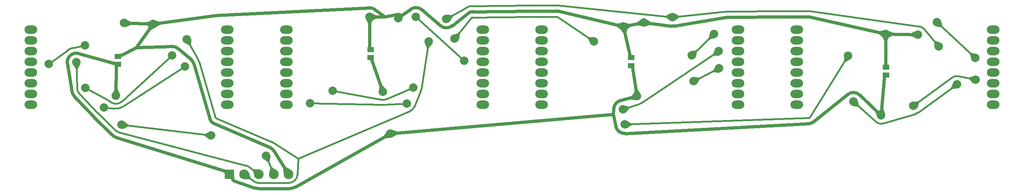
<source format=gbr>
G04 DipTrace 5.1.0.1*
G04 1 - Âåðõí³é.gbr*
%MOMM*%
G04 #@! TF.FileFunction,Copper,L1,Top*
G04 #@! TF.Part,Single*
G04 #@! TA.AperFunction,Conductor*
%ADD15C,0.8*%
%ADD16C,0.4*%
%ADD18R,1.5X1.3*%
G04 #@! TA.AperFunction,ComponentPad*
%ADD19R,2.3X2.3*%
%ADD20C,2.3*%
%ADD21O,3.0X2.0*%
G04 #@! TA.AperFunction,ViaPad*
%ADD24C,2.0*%
%FSLAX35Y35*%
G04*
G71*
G90*
G75*
G01*
G04 Top*
%LPD*%
X21713567Y2866260D2*
D15*
X21770067Y2886450D1*
X21726017Y3009720D1*
X21661387Y2895890D1*
X21713567Y2866260D1*
X10119367Y2439110D2*
X10070737Y2474270D1*
X9994047Y2368180D1*
X10124477Y2379330D1*
X10119367Y2439110D1*
X15946697Y3323000D2*
X15996767Y3356060D1*
X15924617Y3465300D1*
X15888967Y3339340D1*
X15946697Y3323000D1*
X10119367Y2439110D2*
X10149007Y2386940D1*
X10262827Y2451590D1*
X10139547Y2495620D1*
X10119367Y2439110D1*
X3639187Y3337490D2*
X3694037Y3361810D1*
X3640977Y3481480D1*
X3584957Y3363170D1*
X3639187Y3337490D1*
X21713567Y2866260D2*
X21733377Y2922900D1*
X21609807Y2966110D1*
X21657737Y2844300D1*
X21713567Y2866260D1*
X15946697Y3323000D2*
X15908697Y3369440D1*
X15807387Y3286530D1*
X15936317Y3263900D1*
X15946697Y3323000D1*
X9944667Y3429150D2*
X9988767Y3473250D1*
X9896987Y3565030D1*
X9884917Y3434680D1*
X9944667Y3429150D1*
X21826057Y3825690D2*
X21791057Y3800690D1*
X15809817Y4047680D2*
X15844817Y4022680D1*
X9650967Y4238160D2*
X9685967Y4213160D1*
X3682597Y4079903D2*
X3647597Y4054900D1*
X3639187Y3337490D1*
X3682597Y4079903D2*
X3647597Y4104900D1*
X6317567Y1476200D2*
X6242567Y1551200D1*
X6202567D1*
G02X6190727Y1552990I-43J39770D01*
G01*
X3675827Y2332460D1*
G02X3542677Y2411850I97712J315232D01*
G01*
X3123427Y2822270D1*
X3119103Y2826587D1*
X3114857Y2830980D1*
X2676467Y3293130D1*
G02X2589837Y3469340I239448J227120D01*
G01*
X2491977Y4096180D1*
G02X2762067Y4336460I212432J33152D01*
G01*
X3580777Y4108560D1*
G03X3607597Y4104900I26785J96178D01*
G01*
X3647597D1*
X10119367Y2439110D2*
X7887497Y1175950D1*
G02X7717567Y1131200I-169946J300324D01*
G01*
X7017567D1*
G02X6904207Y1150350I-54J344780D01*
G01*
X6591997Y1258970D1*
X6589510Y1259850D1*
X6587037Y1260760D1*
X6418567Y1323730D1*
G02X6392567Y1361200I14001J37470D01*
G01*
Y1401200D1*
X6317567Y1476200D1*
X21713567Y2866260D2*
X21208327Y3352420D1*
G03X20924847Y3365290I-149065J-154916D01*
G01*
X20104527Y2708210D1*
G02X20015897Y2674390I-96924J120960D01*
G01*
X15667447Y2441350D1*
G02X15445417Y2612380I-11516J214684D01*
G01*
X15386297Y2897460D1*
X10119367Y2439110D1*
X21791057Y3800690D2*
Y3760690D1*
X21791020Y3758960D1*
X21790907Y3757230D1*
X21713567Y2866260D1*
X15946697Y3323000D2*
X15559117Y3221530D1*
G03X15399567Y3034300I54460J-208005D01*
G01*
X15386297Y2897460D1*
X15844817Y4022680D2*
Y3982680D1*
X15844933Y3979607D1*
X15845287Y3976550D1*
X15946697Y3323000D1*
X9685967Y4213160D2*
Y4173160D1*
G03X9688227Y4159910I40044J12D01*
G01*
X9944667Y3429150D1*
X7367567Y1476200D2*
D16*
X7417697Y1556890D1*
X7305187Y1626790D1*
X7275057Y1497810D1*
X7367567Y1476200D1*
X7185957Y1914630D2*
X7140327Y1848920D1*
X7242597Y1777900D1*
X7264687Y1900440D1*
X7185957Y1914630D1*
X7367567Y1476200D2*
X7185957Y1914630D1*
X6667567Y1476200D2*
Y1378400D1*
X6797967D1*
X6758177Y1504740D1*
X6667567Y1476200D1*
X11027607Y4622610D2*
X10954487Y4590140D1*
X11005017Y4476340D1*
X11087527Y4569600D1*
X11027607Y4622610D1*
X23076437Y4506270D2*
X23099797Y4582780D1*
X22980717Y4619150D1*
X22997137Y4495720D1*
X23076437Y4506270D1*
X16781517Y5200250D2*
X16831467Y5137760D1*
X16928727Y5215500D1*
X16817587Y5271660D1*
X16781517Y5200250D1*
X16745457Y5271670D1*
X16634307Y5215540D1*
X16731557Y5137770D1*
X16781517Y5200250D1*
X11444327Y5158750D2*
X11514987Y5121240D1*
X11573367Y5231220D1*
X11449067Y5238600D1*
X11444327Y5158750D1*
X5312357Y4672760D2*
X5274947Y4602050D1*
X5385007Y4543820D1*
X5392227Y4668130D1*
X5312357Y4672760D1*
X6667567Y1476200D2*
X6891567Y1308200D1*
G03X7017567Y1266200I126003J168010D01*
G01*
X7717567D1*
G03X7927347Y1466510I-1J210005D01*
G01*
X7944797Y1844210D1*
X10583217Y2967340D1*
G03X10687637Y3073710I-76363J179401D01*
G01*
X10842307Y3456530D1*
G03X10854227Y3499820I-181253J73195D01*
G01*
X11027607Y4622610D1*
X23076437Y4506270D2*
X22731987Y4912480D1*
G03X22610197Y4979490I-148714J-126104D01*
G01*
X20031767Y5339140D1*
G03X20007587Y5340820I-24260J-174323D01*
G01*
X19470787D1*
X18077437Y5333680D1*
X18068857Y5333427D1*
X18060297Y5332750D1*
X16781517Y5200250D1*
X7944797Y1844210D2*
X7374737Y2209350D1*
G03X7323987Y2236260I-189025J-295174D01*
G01*
X6001837Y2803650D1*
G02X5990497Y2816470I7935J18445D01*
G01*
X5607657Y4129920D1*
G03X5576577Y4203780I-336069J-97947D01*
G01*
X5312357Y4672760D1*
X16781517Y5200250D2*
X16127397Y5268190D1*
X16126977Y5268230D1*
X14084787Y5475770D1*
G03X14055457Y5477260I-29487J-291026D01*
G01*
X13412387D1*
X13410850Y5477257D1*
X13409317Y5477240D1*
X12058837Y5462950D1*
G03X11919877Y5425820I3076J-290106D01*
G01*
X11444327Y5158750D1*
X4965537Y4290420D2*
D3*
X2915887Y3520240D2*
D3*
X4965537Y4290420D2*
X3771057Y3193840D1*
G02X3532027Y3174580I-131867J143669D01*
G01*
X3461437Y3221000D1*
X3454737Y3225213D1*
X3447877Y3229160D1*
X2915887Y3520240D1*
X2905067Y4529080D2*
D3*
X2054617Y4085410D2*
D3*
X2905067Y4529080D2*
X2632517Y4471880D1*
G03X2496837Y4411140I71840J-342384D01*
G01*
X2054617Y4085410D1*
X10725337Y5209700D2*
D3*
X11864387Y4166490D2*
D3*
X10725337Y5209700D2*
X11864387Y4166490D1*
X17238307Y4294830D2*
X17316067Y4276030D1*
X17345327Y4397060D1*
X17223087Y4373370D1*
X17238307Y4294830D1*
X17764877Y4797830D2*
X17687117Y4816630D1*
X17657857Y4695600D1*
X17780097Y4719290D1*
X17764877Y4797830D1*
X17238307Y4294830D2*
X17764877Y4797830D1*
X23033707Y5078060D2*
X23019357Y4999360D1*
X23141857Y4977030D1*
X23111257Y5097720D1*
X23033707Y5078060D1*
X23938587Y4232810D2*
X23952937Y4311510D1*
X23830437Y4333840D1*
X23861037Y4213150D1*
X23938587Y4232810D1*
X23033707Y5078060D2*
X23938587Y4232810D1*
X2704407Y4129340D2*
X2638297Y4084300D1*
X2708397Y3981390D1*
X2772857Y4087920D1*
X2704407Y4129340D1*
X7017567Y1476200D2*
Y1574000D1*
X6887167D1*
X6926957Y1447660D1*
X7017567Y1476200D1*
X2704407Y4129340D2*
X2720957Y3514990D1*
G03X2774417Y3386040I194892J5241D01*
G01*
X3212807Y2923890D1*
X3215317Y2921293D1*
X3217867Y2918740D1*
X3637117Y2508320D1*
G03X3724427Y2458950I136428J139382D01*
G01*
X6720447Y1679430D1*
G02X6793567Y1644200I-52812J-203107D01*
G01*
X7017567Y1476200D1*
X5889167Y2390720D2*
X5854347Y2462740D1*
X5742247Y2408560D1*
X5838127Y2329120D1*
X5889167Y2390720D1*
X3773527Y2647670D2*
X3808347Y2575650D1*
X3920447Y2629830D1*
X3824567Y2709270D1*
X3773527Y2647670D1*
X5889167Y2390720D2*
X3773527Y2647670D1*
X14928867Y4624280D2*
Y4706840D1*
X14806037D1*
X14855427Y4592540D1*
X14928867Y4624280D1*
X11640097Y4691640D2*
X11719547Y4682290D1*
X11734107Y4805940D1*
X11615587Y4767790D1*
X11640097Y4691640D1*
X14928867Y4624280D2*
X14066647Y5203850D1*
G03X14055457Y5207260I-11179J-16619D01*
G01*
X13412387D1*
X12061697Y5192970D1*
G03X12046417Y5185660I214J-20072D01*
G01*
X11640097Y4691640D1*
X20933037Y4283800D2*
X20855047D1*
Y4158010D1*
X20967457Y4211580D1*
X20933037Y4283800D1*
X15655937Y2656040D2*
X15701517Y2590300D1*
X15803847Y2661240D1*
X15696797Y2724820D1*
X15655937Y2656040D1*
X20933037Y4283800D2*
X20024637Y2818650D1*
G02X20008307Y2809180I-17039J10567D01*
G01*
X15655937Y2656040D1*
X9628767Y5204770D2*
D15*
X9574227Y5179770D1*
X9628767Y5060770D1*
X9683307Y5179770D1*
X9628767Y5204770D1*
X21818657Y4798170D2*
X21842817Y4743240D1*
X21962637Y4795950D1*
X21844497Y4852320D1*
X21818657Y4798170D1*
X22583257Y4786360D2*
X22559097Y4841290D1*
X22439277Y4788580D1*
X22557417Y4732210D1*
X22583257Y4786360D1*
X15628137Y4974550D2*
X15663727Y4926240D1*
X15769117Y5003880D1*
X15641507Y5033040D1*
X15628137Y4974550D1*
X16107257Y5074230D2*
X16071667Y5122540D1*
X15966277Y5044900D1*
X16093887Y5015740D1*
X16107257Y5074230D1*
X4514537Y5035580D2*
X4546767Y4984970D1*
X4657187Y5055270D1*
X4531847Y5093030D1*
X4514537Y5035580D1*
X15628137Y4974550D2*
X15580227Y4938430D1*
X15659037Y4833910D1*
X15686767Y4961830D1*
X15628137Y4974550D1*
X3829327Y5060510D2*
X3852327Y5005090D1*
X3973227Y5055270D1*
X3856287Y5114110D1*
X3829327Y5060510D1*
X4514537Y5035580D2*
X4491537Y5091000D1*
X4370637Y5040820D1*
X4487577Y4981980D1*
X4514537Y5035580D1*
X21818657Y4798170D2*
X21806277Y4856880D1*
X21678187Y4829870D1*
X21782257Y4750460D1*
X21818657Y4798170D1*
X16107257Y5074230D2*
X16124747Y5016840D1*
X16249967Y5054990D1*
X16139327Y5124940D1*
X16107257Y5074230D1*
X7717567Y1476200D2*
X7758497Y1539050D1*
X7621367Y1628340D1*
X7643237Y1466170D1*
X7717567Y1476200D1*
X21818657Y4798170D2*
X21764117Y4773170D1*
X21818657Y4654170D1*
X21873197Y4773170D1*
X21818657Y4798170D1*
X9628767Y5204770D2*
X9654557Y5150590D1*
X9772757Y5206850D1*
X9652977Y5259670D1*
X9628767Y5204770D1*
X10305267Y5175410D2*
X10364187Y5164100D1*
X10377157Y5231610D1*
X10305267Y5175410D1*
X4514537Y5035580D2*
X4455587Y5046750D1*
X4431217Y4918140D1*
X4544547Y4983630D1*
X4514537Y5035580D1*
X15628137Y4974550D2*
X15616367Y5033390D1*
X15488007Y5007700D1*
X15591247Y4927230D1*
X15628137Y4974550D1*
X9650967Y4428160D2*
X9628767Y4453160D1*
X3682597Y4269900D2*
X3717597Y4294900D1*
X15809817Y4237680D2*
X15774817Y4262680D1*
X3829327Y5060510D2*
X4514537Y5035580D1*
X21826057Y4015690D2*
X21818657Y4040690D1*
X3717597Y4294900D2*
X3757597D1*
G03X3775887Y4299330I1J39969D01*
G01*
X4116417Y4474440D1*
X4957657Y4505280D1*
G02X5104237Y4454700I7869J-214880D01*
G01*
X5410337Y4196260D1*
G02X5478047Y4092140I-138737J-164298D01*
G01*
X5860887Y2778690D1*
G03X5948597Y2679600I148832J43376D01*
G01*
X7270747Y2112210D1*
G02X7367677Y2029540I-84800J-197588D01*
G01*
X7717567Y1476200D1*
X10377157Y5231610D2*
X10603737Y5387010D1*
G02X10865477Y5372750I121598J-177318D01*
G01*
X11304187Y4995700D1*
G03X11577037Y4989590I140145J163056D01*
G01*
X11966207Y5294910D1*
G02X12060267Y5327960I95706J-122006D01*
G01*
X13410747Y5342250D1*
X13411567Y5342257D1*
X13412387Y5342260D1*
X14055457D1*
G02X14091147Y5338100I61J-154651D01*
G01*
X15628137Y4974550D1*
X10305267Y5175410D2*
X10305380Y5177490D1*
X10377017Y5231790D2*
X10377157Y5231610D1*
X9628767Y5204770D2*
X9990097Y5209980D1*
X10288687Y5265140D1*
G02X10377017Y5231790I16588J-89715D01*
G01*
X9628767Y4453160D2*
Y5204770D1*
X4514537Y5035580D2*
X4116417Y4474440D1*
X21818657Y4798170D2*
X22583257Y4786360D1*
X16107257Y5074230D2*
X16752787Y4987180D1*
G03X16816997Y4988200I28727J213150D01*
G01*
X18071727Y5198130D1*
X18074917Y5198533D1*
X18078127Y5198680D1*
X19471477Y5205820D1*
X20007587D1*
X20012023Y5205577D1*
X20016407Y5204840D1*
X21818657Y4798170D1*
X15628137Y4974550D2*
X16107257Y5074230D1*
X15774817Y4262680D2*
Y4302680D1*
X15774583Y4306997D1*
X15773887Y4311260D1*
X15628137Y4974550D1*
X4514537Y5035580D2*
X6004267Y5241160D1*
X6006017Y5241363D1*
X6007777Y5241490D1*
X9618177Y5419510D1*
G02X9754177Y5379400I10569J-214785D01*
G01*
X9990097Y5209980D1*
X21818657Y4040690D2*
Y4798170D1*
X3354277Y3058090D2*
D16*
D3*
X5271637Y4031980D2*
D3*
X3354277Y3058090D2*
X3603917Y3029500D1*
G03X3808527Y3077830I35276J307940D01*
G01*
X5271637Y4031980D1*
X10661507Y3529580D2*
D3*
X8760247Y3456250D2*
D3*
X10661507Y3529580D2*
X10022747Y3250460D1*
G02X9908177Y3237590I-78078J178668D01*
G01*
X8760247Y3456250D1*
X10506837Y3146760D2*
D3*
X8225447Y3158890D2*
D3*
X10506837Y3146760D2*
X9960087Y3119530D1*
X9948790Y3119173D1*
X9937487Y3119230D1*
X8225447Y3158890D1*
X17280837Y3682500D2*
X17349537Y3641500D1*
X17413347Y3748430D1*
X17289577Y3762020D1*
X17280837Y3682500D1*
X17885977Y3983580D2*
X17817277Y4024580D1*
X17753467Y3917650D1*
X17877237Y3904060D1*
X17885977Y3983580D1*
X17280837Y3682500D2*
X17885977Y3983580D1*
X15613567Y3013540D2*
X15675037Y2962350D1*
X15754717Y3058030D1*
X15634577Y3090730D1*
X15613567Y3013540D1*
X17879797Y4395470D2*
X17806257Y4426990D1*
X17757217Y4312530D1*
X17879797D1*
Y4395470D1*
X15613567Y3013540D2*
X16005317Y3137020D1*
G03X16055967Y3161490I-58687J186131D01*
G01*
X17879797Y4395470D1*
X22473057Y3093750D2*
X22547727Y3065020D1*
X22592427Y3181240D1*
X22468147Y3173600D1*
X22473057Y3093750D1*
X23947957Y3717380D2*
X23918517Y3791770D1*
X23802737Y3745950D1*
X23889633Y3659053D1*
X23947957Y3717380D1*
X22473057Y3093750D2*
X23387057Y3763590D1*
G02X23539967Y3797640I115267J-157270D01*
G01*
X23947957Y3717380D1*
X21059257Y3197490D2*
X21045987Y3118590D1*
X21168777Y3097940D1*
X21136527Y3218210D1*
X21059257Y3197490D1*
X23502327Y3606310D2*
X23427657Y3635040D1*
X23382957Y3518820D1*
X23507237Y3526460D1*
X23502327Y3606310D1*
X21059257Y3197490D2*
X21582407Y2721960D1*
G03X21769517Y2679460I131157J144297D01*
G01*
X22529007Y2906950D1*
G03X22588327Y2936470I-55895J186681D01*
G01*
X23502327Y3606310D1*
D24*
X9944667Y3429150D3*
X21713567Y2866260D3*
X3639187Y3337490D3*
X15946697Y3323000D3*
X10119367Y2439110D3*
X7185957Y1914630D3*
X5312357Y4672760D3*
X11444327Y5158750D3*
X23076437Y4506270D3*
X11027607Y4622610D3*
X16781517Y5200250D3*
X4965537Y4290420D3*
X2915887Y3520240D3*
X2905067Y4529080D3*
X2054617Y4085410D3*
X10725337Y5209700D3*
X11864387Y4166490D3*
X17238307Y4294830D3*
X17764877Y4797830D3*
X23033707Y5078060D3*
X23938587Y4232810D3*
X2704407Y4129340D3*
X5889167Y2390720D3*
X3773527Y2647670D3*
X14928867Y4624280D3*
X11640097Y4691640D3*
X20933037Y4283800D3*
X15655937Y2656040D3*
X22583257Y4786360D3*
X3829327Y5060510D3*
X10305267Y5175410D3*
X16107257Y5074230D3*
X15628137Y4974550D3*
X21818657Y4798170D3*
X4514537Y5035580D3*
X9628767Y5204770D3*
X3354277Y3058090D3*
X5271637Y4031980D3*
X10661507Y3529580D3*
X8760247Y3456250D3*
X10506837Y3146760D3*
X8225447Y3158890D3*
X17280837Y3682500D3*
X17885977Y3983580D3*
X15613567Y3013540D3*
X17879797Y4395470D3*
X22473057Y3093750D3*
X23947957Y3717380D3*
X21059257Y3197490D3*
X23502327Y3606310D3*
D18*
X9650967Y4428163D3*
Y4238163D3*
X3682597Y4269903D3*
Y4079903D3*
X15809817Y4237683D3*
Y4047683D3*
X21826057Y4015693D3*
Y3825693D3*
D19*
X6317567Y1476200D3*
D20*
X6667567D3*
X7017567D3*
X7367567D3*
X7717567D3*
D21*
X6266507Y3121000D3*
Y3375000D3*
Y3629000D3*
Y3883000D3*
Y4137000D3*
Y4391000D3*
Y4645000D3*
Y4899000D3*
X1626507Y3121000D3*
Y3375000D3*
Y3629000D3*
Y3883000D3*
Y4137000D3*
Y4391000D3*
Y4645000D3*
Y4899000D3*
X12301807Y3121000D3*
Y3375000D3*
Y3629000D3*
Y3883000D3*
Y4137000D3*
Y4391000D3*
Y4645000D3*
Y4899000D3*
X7661807Y3121000D3*
Y3375000D3*
Y3629000D3*
Y3883000D3*
Y4137000D3*
Y4391000D3*
Y4645000D3*
Y4899000D3*
X18333707Y3121000D3*
Y3375000D3*
Y3629000D3*
Y3883000D3*
Y4137000D3*
Y4391000D3*
Y4645000D3*
Y4899000D3*
X13693707Y3121000D3*
Y3375000D3*
Y3629000D3*
Y3883000D3*
Y4137000D3*
Y4391000D3*
Y4645000D3*
Y4899000D3*
X24365537Y3121000D3*
Y3375000D3*
Y3629000D3*
Y3883000D3*
Y4137000D3*
Y4391000D3*
Y4645000D3*
Y4899000D3*
X19725537Y3121000D3*
Y3375000D3*
Y3629000D3*
Y3883000D3*
Y4137000D3*
Y4391000D3*
Y4645000D3*
Y4899000D3*
M02*

</source>
